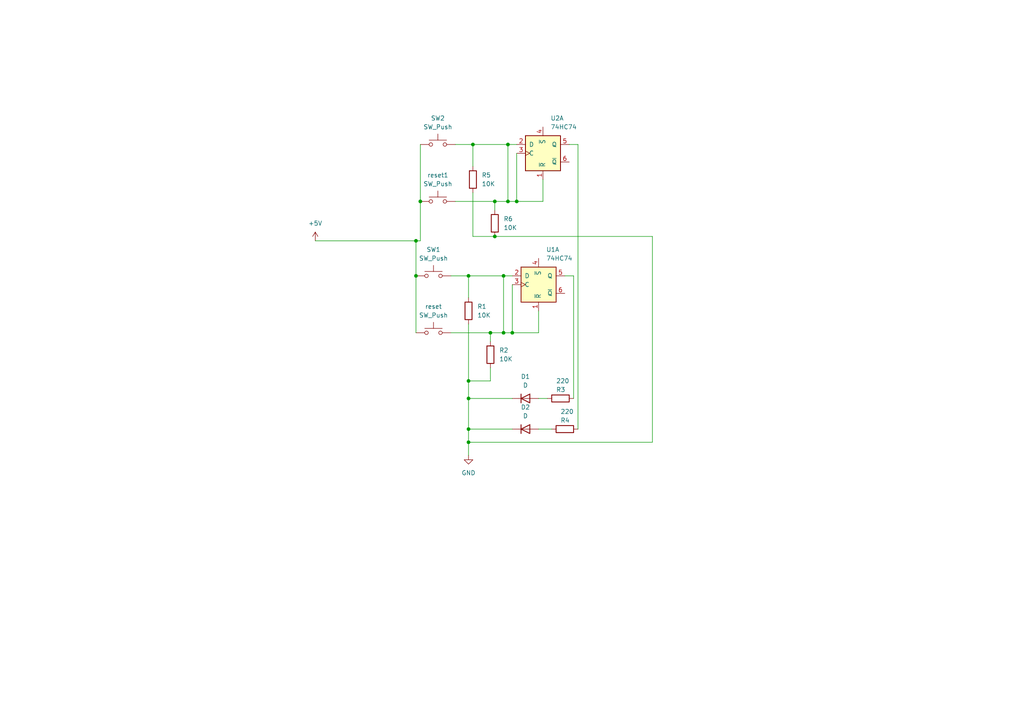
<source format=kicad_sch>
(kicad_sch (version 20230121) (generator eeschema)
  (paper "A4")
  (lib_symbols
    (symbol "74xx:74HC74" (pin_names (offset 1.016))
      (property "Reference" "U" (at -7.62 8.89 0))
      (property "Value" "74HC74" (at -7.62 -8.89 0))
      (symbol "74HC74_1_0"
        (pin input line (at 0 -7.62 90) (length 2.54) (name "~{R}") (number "1"))
        (pin input line (at -7.62 2.54 0) (length 2.54) (name "D") (number "2"))
        (pin input clock (at -7.62 0 0) (length 2.54) (name "C") (number "3"))
        (pin input line (at 0 7.62 270) (length 2.54) (name "~{S}") (number "4"))
        (pin output line (at 7.62 2.54 180) (length 2.54) (name "Q") (number "5"))
        (pin output line (at 7.62 -2.54 180) (length 2.54) (name "~{Q}") (number "6"))
      )
      (symbol "74HC74_1_1"
        (rectangle (start -5.08 5.08) (end 5.08 -5.08) (stroke (width 0.254)) (fill (type background)))
      )
      (symbol "74HC74_2_0"
        (pin input line (at 0 7.62 270) (length 2.54) (name "~{S}") (number "10"))
        (pin input clock (at -7.62 0 0) (length 2.54) (name "C") (number "11"))
        (pin input line (at -7.62 2.54 0) (length 2.54) (name "D") (number "12"))
        (pin input line (at 0 -7.62 90) (length 2.54) (name "~{R}") (number "13"))
        (pin output line (at 7.62 -2.54 180) (length 2.54) (name "~{Q}") (number "8"))
        (pin output line (at 7.62 2.54 180) (length 2.54) (name "Q") (number "9"))
      )
      (symbol "74HC74_2_1"
        (rectangle (start -5.08 5.08) (end 5.08 -5.08) (stroke (width 0.254)) (fill (type background)))
      )
      (symbol "74HC74_3_0"
        (pin power_in line (at 0 10.16 270) (length 2.54) (name "VCC") (number "14"))
        (pin power_in line (at 0 -10.16 90) (length 2.54) (name "GND") (number "7"))
      )
      (symbol "74HC74_3_1"
        (rectangle (start -5.08 7.62) (end 5.08 -7.62) (stroke (width 0.254)) (fill (type background)))
      )
    )
    (symbol "Device:D" (pin_numbers hide) (pin_names (offset 1.016) hide)
      (property "Reference" "D" (at 0 2.54 0))
      (property "Value" "D" (at 0 -2.54 0))
      (symbol "D_0_1"
        (polyline (pts (xy -1.27 1.27) (xy -1.27 -1.27)) (stroke (width 0.254)))
        (polyline (pts (xy 1.27 0) (xy -1.27 0)))
        (polyline (pts (xy 1.27 1.27) (xy 1.27 -1.27) (xy -1.27 0) (xy 1.27 1.27)) (stroke (width 0.254)))
      )
      (symbol "D_1_1"
        (pin passive line (at -3.81 0 0) (length 2.54) (name "K") (number "1"))
        (pin passive line (at 3.81 0 180) (length 2.54) (name "A") (number "2"))
      )
    )
    (symbol "Device:R" (pin_numbers hide) (pin_names (offset 0))
      (property "Reference" "R" (at 2.032 0 90))
      (property "Value" "R" (at 0 0 90))
      (symbol "R_0_1"
        (rectangle (start -1.016 -2.54) (end 1.016 2.54) (stroke (width 0.254)))
      )
      (symbol "R_1_1"
        (pin passive line (at 0 3.81 270) (length 1.27) (name "~") (number "1"))
        (pin passive line (at 0 -3.81 90) (length 1.27) (name "~") (number "2"))
      )
    )
    (symbol "Switch:SW_Push" (pin_numbers hide) (pin_names (offset 1.016) hide)
      (property "Reference" "SW" (at 1.27 2.54 0))
      (property "Value" "SW_Push" (at 0 -1.524 0))
      (symbol "SW_Push_0_1"
        (circle (center -2.032 0) (radius 0.508))
        (polyline (pts (xy 0 1.27) (xy 0 3.048)))
        (polyline (pts (xy 2.54 1.27) (xy -2.54 1.27)))
        (circle (center 2.032 0) (radius 0.508))
        (pin passive line (at -5.08 0 0) (length 2.54) (name "1") (number "1"))
        (pin passive line (at 5.08 0 180) (length 2.54) (name "2") (number "2"))
      )
    )
    (symbol "power:+5V" (power) (pin_names (offset 0))
      (property "Value" "+5V" (at 0 3.556 0))
      (symbol "+5V_0_1"
        (polyline (pts (xy -0.762 1.27) (xy 0 2.54)))
        (polyline (pts (xy 0 0) (xy 0 2.54)))
        (polyline (pts (xy 0 2.54) (xy 0.762 1.27)))
      )
      (symbol "+5V_1_1"
        (pin power_in line (at 0 0 90) (length 0) hide (name "+5V") (number "1"))
      )
    )
    (symbol "power:GND" (power) (pin_names (offset 0))
      (property "Value" "GND" (at 0 -3.81 0))
      (symbol "GND_0_1"
        (polyline (pts (xy 0 0) (xy 0 -1.27) (xy 1.27 -1.27) (xy 0 -2.54) (xy -1.27 -1.27) (xy 0 -1.27)))
      )
      (symbol "GND_1_1"
        (pin power_in line (at 0 0 270) (length 0) hide (name "GND") (number "1"))
      )
    )
  )
  (junction (at 120.65 80.01))
  (junction (at 143.51 58.42))
  (junction (at 120.65 69.85))
  (junction (at 135.89 110.49))
  (junction (at 135.89 80.01))
  (junction (at 147.32 41.91))
  (junction (at 148.59 96.52))
  (junction (at 135.89 115.57))
  (junction (at 135.89 124.46))
  (junction (at 149.86 58.42))
  (junction (at 121.92 58.42))
  (junction (at 146.05 80.01))
  (junction (at 137.16 41.91))
  (junction (at 135.89 128.27))
  (junction (at 143.51 68.58))
  (junction (at 147.32 58.42))
  (junction (at 142.24 96.52))
  (junction (at 146.05 96.52))
  (wire (pts (xy 148.59 82.55) (xy 148.59 96.52)))
  (wire (pts (xy 120.65 80.01) (xy 120.65 96.52)))
  (wire (pts (xy 135.89 115.57) (xy 148.59 115.57)))
  (wire (pts (xy 149.86 44.45) (xy 149.86 58.42)))
  (wire (pts (xy 135.89 80.01) (xy 135.89 86.36)))
  (wire (pts (xy 146.05 96.52) (xy 148.59 96.52)))
  (wire (pts (xy 137.16 55.88) (xy 137.16 68.58)))
  (wire (pts (xy 143.51 58.42) (xy 143.51 60.96)))
  (wire (pts (xy 146.05 80.01) (xy 146.05 96.52)))
  (wire (pts (xy 121.92 69.85) (xy 121.92 58.42)))
  (wire (pts (xy 137.16 41.91) (xy 147.32 41.91)))
  (wire (pts (xy 142.24 110.49) (xy 135.89 110.49)))
  (wire (pts (xy 132.08 58.42) (xy 143.51 58.42)))
  (wire (pts (xy 135.89 128.27) (xy 135.89 132.08)))
  (wire (pts (xy 135.89 115.57) (xy 135.89 124.46)))
  (wire (pts (xy 148.59 96.52) (xy 156.21 96.52)))
  (wire (pts (xy 165.1 41.91) (xy 167.64 41.91)))
  (wire (pts (xy 143.51 68.58) (xy 189.23 68.58)))
  (wire (pts (xy 147.32 41.91) (xy 147.32 58.42)))
  (wire (pts (xy 156.21 115.57) (xy 158.75 115.57)))
  (wire (pts (xy 142.24 96.52) (xy 146.05 96.52)))
  (wire (pts (xy 149.86 41.91) (xy 147.32 41.91)))
  (wire (pts (xy 130.81 96.52) (xy 142.24 96.52)))
  (wire (pts (xy 167.64 41.91) (xy 167.64 124.46)))
  (wire (pts (xy 163.83 80.01) (xy 166.37 80.01)))
  (wire (pts (xy 135.89 93.98) (xy 135.89 110.49)))
  (wire (pts (xy 143.51 58.42) (xy 147.32 58.42)))
  (wire (pts (xy 142.24 96.52) (xy 142.24 99.06)))
  (wire (pts (xy 91.44 69.85) (xy 120.65 69.85)))
  (wire (pts (xy 120.65 69.85) (xy 121.92 69.85)))
  (wire (pts (xy 157.48 52.07) (xy 157.48 58.42)))
  (wire (pts (xy 135.89 80.01) (xy 130.81 80.01)))
  (wire (pts (xy 156.21 90.17) (xy 156.21 96.52)))
  (wire (pts (xy 121.92 58.42) (xy 121.92 41.91)))
  (wire (pts (xy 137.16 41.91) (xy 137.16 48.26)))
  (wire (pts (xy 166.37 80.01) (xy 166.37 115.57)))
  (wire (pts (xy 135.89 110.49) (xy 135.89 115.57)))
  (wire (pts (xy 147.32 58.42) (xy 149.86 58.42)))
  (wire (pts (xy 137.16 41.91) (xy 132.08 41.91)))
  (wire (pts (xy 148.59 80.01) (xy 146.05 80.01)))
  (wire (pts (xy 135.89 124.46) (xy 135.89 128.27)))
  (wire (pts (xy 135.89 124.46) (xy 148.59 124.46)))
  (wire (pts (xy 189.23 128.27) (xy 135.89 128.27)))
  (wire (pts (xy 135.89 80.01) (xy 146.05 80.01)))
  (wire (pts (xy 189.23 68.58) (xy 189.23 128.27)))
  (wire (pts (xy 156.21 124.46) (xy 160.02 124.46)))
  (wire (pts (xy 149.86 58.42) (xy 157.48 58.42)))
  (wire (pts (xy 137.16 68.58) (xy 143.51 68.58)))
  (wire (pts (xy 120.65 69.85) (xy 120.65 80.01)))
  (wire (pts (xy 142.24 106.68) (xy 142.24 110.49)))
  (symbol (lib_id "power:GND") (at 135.89 132.08 0) (unit 1)
    (property "Reference" "#PWR02" (effects hide))
    (property "Value" "GND" (at 135.89 137.16 0))
  )
  (symbol (lib_id "Switch:SW_Push") (at 127 58.42 0) (unit 1)
    (property "Reference" "reset1" (at 127 50.8 0))
    (property "Value" "SW_Push" (at 127 53.34 0))
    (property "Footprint" "Button_Switch_THT:SW_Tactile_Straight_KSA0Axx1LFTR" (effects hide))
  )
  (symbol (lib_id "Device:R") (at 143.51 64.77 0) (unit 1)
    (property "Reference" "R6" (at 146.05 63.5 0) (effects (justify left)))
    (property "Value" "10K" (at 146.05 66.04 0) (effects (justify left)))
  )
  (symbol (lib_id "Device:R") (at 162.56 115.57 270) (unit 1)
    (property "Reference" "R3" (at 161.29 113.03 90) (effects (justify left)))
    (property "Value" "220" (at 161.29 110.49 90) (effects (justify left)))
  )
  (symbol (lib_id "Device:D") (at 152.4 115.57 0) (unit 1)
    (property "Reference" "D1" (at 152.4 109.22 0))
    (property "Value" "D" (at 152.4 111.76 0))
    (property "Sim.Device" "D" (effects hide))
    (property "Sim.Pins" "1=K 2=A" (effects hide))
  )
  (symbol (lib_id "74xx:74HC74") (at 157.48 44.45 0) (unit 1)
    (property "Reference" "U2" (at 159.6741 34.29 0) (effects (justify left)))
    (property "Value" "74HC74" (at 159.6741 36.83 0) (effects (justify left)))
    (property "Footprint" "Package_DIP:DIP-14_W7.62mm_Socket" (effects hide))
    (property "Datasheet" "74xx/74hc_hct74.pdf" (effects hide))
  )
  (symbol (lib_id "Switch:SW_Push") (at 125.73 96.52 0) (unit 1)
    (property "Reference" "reset" (at 125.73 88.9 0))
    (property "Value" "SW_Push" (at 125.73 91.44 0))
    (property "Footprint" "Button_Switch_THT:SW_Tactile_Straight_KSA0Axx1LFTR" (effects hide))
  )
  (symbol (lib_id "Device:R") (at 163.83 124.46 270) (unit 1)
    (property "Reference" "R4" (at 162.56 121.92 90) (effects (justify left)))
    (property "Value" "220" (at 162.56 119.38 90) (effects (justify left)))
  )
  (symbol (lib_id "Device:R") (at 137.16 52.07 0) (unit 1)
    (property "Reference" "R5" (at 139.7 50.8 0) (effects (justify left)))
    (property "Value" "10K" (at 139.7 53.34 0) (effects (justify left)))
  )
  (symbol (lib_id "Device:R") (at 135.89 90.17 0) (unit 1)
    (property "Reference" "R1" (at 138.43 88.9 0) (effects (justify left)))
    (property "Value" "10K" (at 138.43 91.44 0) (effects (justify left)))
  )
  (symbol (lib_id "74xx:74HC74") (at 156.21 82.55 0) (unit 1)
    (property "Reference" "U1" (at 158.4041 72.39 0) (effects (justify left)))
    (property "Value" "74HC74" (at 158.4041 74.93 0) (effects (justify left)))
    (property "Footprint" "Package_DIP:DIP-14_W7.62mm_Socket" (effects hide))
    (property "Datasheet" "74xx/74hc_hct74.pdf" (effects hide))
  )
  (symbol (lib_id "Switch:SW_Push") (at 127 41.91 0) (unit 1)
    (property "Reference" "SW2" (at 127 34.29 0))
    (property "Value" "SW_Push" (at 127 36.83 0))
    (property "Footprint" "Button_Switch_THT:SW_Tactile_Straight_KSA0Axx1LFTR" (effects hide))
  )
  (symbol (lib_id "power:+5V") (at 91.44 69.85 0) (unit 1)
    (property "Reference" "#PWR01" (effects hide))
    (property "Value" "+5V" (at 91.44 64.77 0))
  )
  (symbol (lib_id "Device:D") (at 152.4 124.46 0) (unit 1)
    (property "Reference" "D2" (at 152.4 118.11 0))
    (property "Value" "D" (at 152.4 120.65 0))
    (property "Sim.Device" "D" (effects hide))
    (property "Sim.Pins" "1=K 2=A" (effects hide))
  )
  (symbol (lib_id "Switch:SW_Push") (at 125.73 80.01 0) (unit 1)
    (property "Reference" "SW1" (at 125.73 72.39 0))
    (property "Value" "SW_Push" (at 125.73 74.93 0))
    (property "Footprint" "Button_Switch_THT:SW_Tactile_Straight_KSA0Axx1LFTR" (effects hide))
  )
  (symbol (lib_id "Device:R") (at 142.24 102.87 0) (unit 1)
    (property "Reference" "R2" (at 144.78 101.6 0) (effects (justify left)))
    (property "Value" "10K" (at 144.78 104.14 0) (effects (justify left)))
  )
)
</source>
